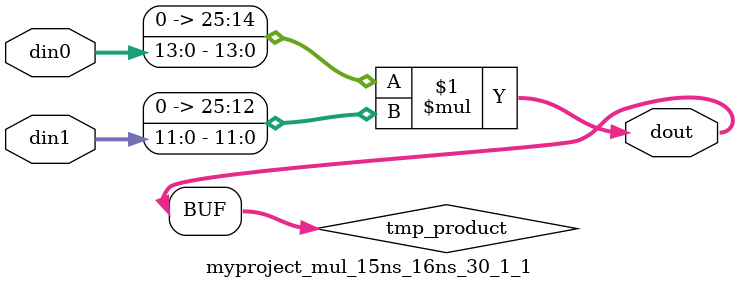
<source format=v>

`timescale 1 ns / 1 ps

  module myproject_mul_15ns_16ns_30_1_1(din0, din1, dout);
parameter ID = 1;
parameter NUM_STAGE = 0;
parameter din0_WIDTH = 14;
parameter din1_WIDTH = 12;
parameter dout_WIDTH = 26;

input [din0_WIDTH - 1 : 0] din0; 
input [din1_WIDTH - 1 : 0] din1; 
output [dout_WIDTH - 1 : 0] dout;

wire signed [dout_WIDTH - 1 : 0] tmp_product;










assign tmp_product = $signed({1'b0, din0}) * $signed({1'b0, din1});











assign dout = tmp_product;







endmodule

</source>
